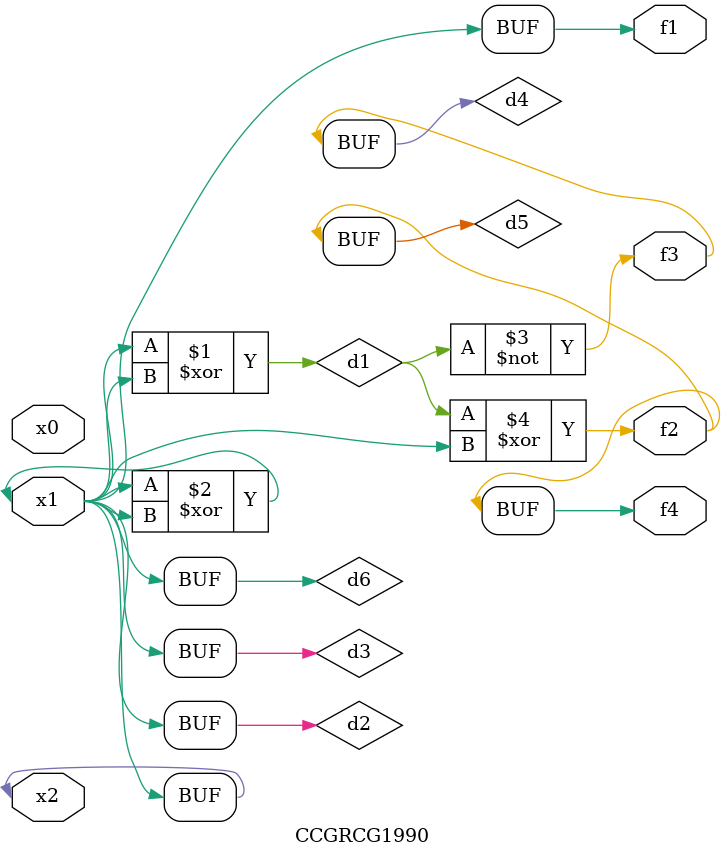
<source format=v>
module CCGRCG1990(
	input x0, x1, x2,
	output f1, f2, f3, f4
);

	wire d1, d2, d3, d4, d5, d6;

	xor (d1, x1, x2);
	buf (d2, x1, x2);
	xor (d3, x1, x2);
	nor (d4, d1);
	xor (d5, d1, d2);
	buf (d6, d2, d3);
	assign f1 = d6;
	assign f2 = d5;
	assign f3 = d4;
	assign f4 = d5;
endmodule

</source>
